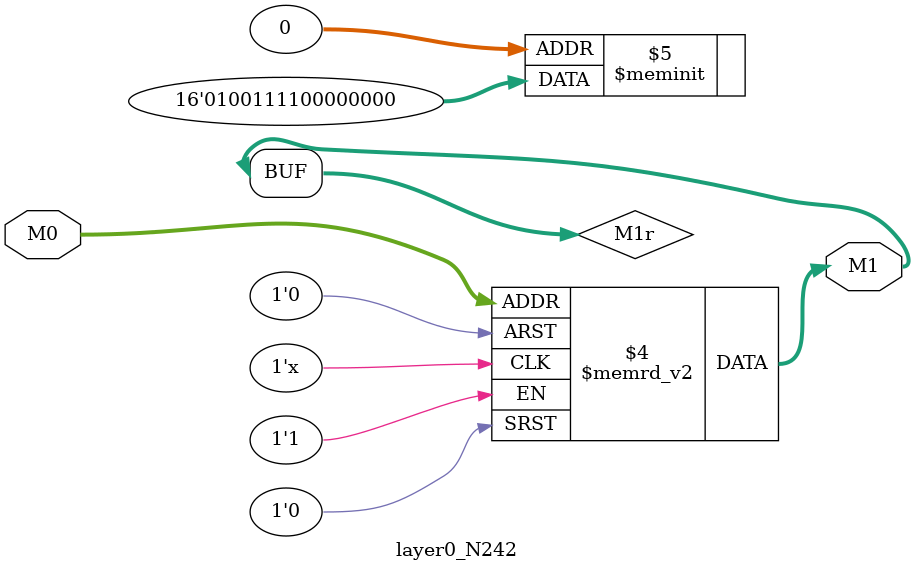
<source format=v>
module layer0_N242 ( input [2:0] M0, output [1:0] M1 );

	(*rom_style = "distributed" *) reg [1:0] M1r;
	assign M1 = M1r;
	always @ (M0) begin
		case (M0)
			3'b000: M1r = 2'b00;
			3'b100: M1r = 2'b11;
			3'b010: M1r = 2'b00;
			3'b110: M1r = 2'b00;
			3'b001: M1r = 2'b00;
			3'b101: M1r = 2'b11;
			3'b011: M1r = 2'b00;
			3'b111: M1r = 2'b01;

		endcase
	end
endmodule

</source>
